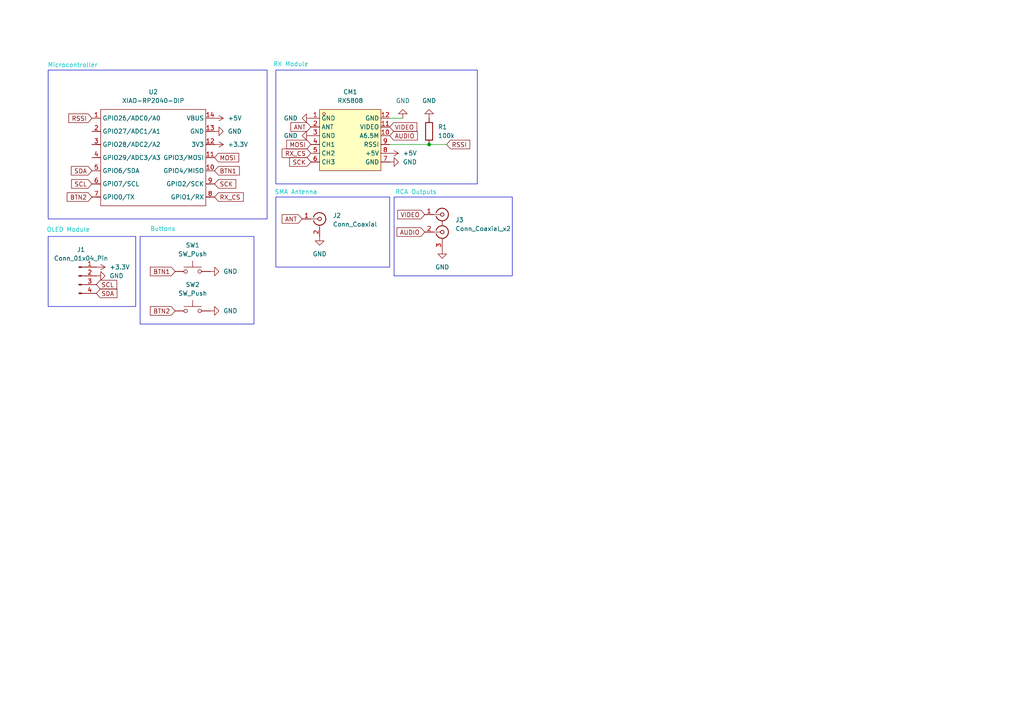
<source format=kicad_sch>
(kicad_sch (version 20250114) (generator "eeschema") (generator_version "9.0")
  (paper "A4")
  (lib_symbols
    (symbol "Connector:Conn_01x04_Pin" (pin_names (offset 1.016) (hide yes))
      (property "Reference" "J" (at 0 5.08 0))
      (property "Value" "Conn_01x04_Pin" (at 0 -7.62 0))
      (symbol "Conn_01x04_Pin_1_1"
        (rectangle (start 0.8636 2.667) (end 0 2.413) (stroke (width 0.1524)) (fill (type outline)))
        (rectangle (start 0.8636 0.127) (end 0 -0.127) (stroke (width 0.1524)) (fill (type outline)))
        (rectangle (start 0.8636 -2.413) (end 0 -2.667) (stroke (width 0.1524)) (fill (type outline)))
        (rectangle (start 0.8636 -4.953) (end 0 -5.207) (stroke (width 0.1524)) (fill (type outline)))
        (polyline (pts (xy 1.27 2.54) (xy 0.8636 2.54)) (stroke (width 0.1524)))
        (polyline (pts (xy 1.27 0) (xy 0.8636 0)) (stroke (width 0.1524)))
        (polyline (pts (xy 1.27 -2.54) (xy 0.8636 -2.54)) (stroke (width 0.1524)))
        (polyline (pts (xy 1.27 -5.08) (xy 0.8636 -5.08)) (stroke (width 0.1524)))
        (pin passive line (at 5.08 2.54 180) (length 3.81) (name "Pin_1") (number "1"))
        (pin passive line (at 5.08 0 180) (length 3.81) (name "Pin_2") (number "2"))
        (pin passive line (at 5.08 -2.54 180) (length 3.81) (name "Pin_3") (number "3"))
        (pin passive line (at 5.08 -5.08 180) (length 3.81) (name "Pin_4") (number "4"))
      )
    )
    (symbol "Connector:Conn_Coaxial" (pin_names (offset 1.016) (hide yes))
      (property "Reference" "J" (at 0.254 3.048 0))
      (property "Value" "Conn_Coaxial" (at 2.921 0 90))
      (symbol "Conn_Coaxial_0_1"
        (polyline (pts (xy -2.54 0) (xy -0.508 0)))
        (arc (start 1.778 0) (mid 0.222 -1.8079) (end -1.778 -0.508) (stroke (width 0.254)))
        (arc (start -1.778 0.508) (mid 0.2221 1.8084) (end 1.778 0) (stroke (width 0.254)))
        (circle (center 0 0) (radius 0.508) (stroke (width 0.2032)))
        (polyline (pts (xy 0 -2.54) (xy 0 -1.778)))
      )
      (symbol "Conn_Coaxial_1_1"
        (pin passive line (at -5.08 0 0) (length 2.54) (name "In") (number "1"))
        (pin passive line (at 0 -5.08 90) (length 2.54) (name "Ext") (number "2"))
      )
    )
    (symbol "Connector:Conn_Coaxial_x2" (pin_names (offset 1.016) (hide yes))
      (property "Reference" "J" (at 0 5.715 0))
      (property "Value" "Conn_Coaxial_x2" (at 2.921 0 90))
      (symbol "Conn_Coaxial_x2_0_1"
        (polyline (pts (xy -2.54 2.54) (xy -0.508 2.54)))
        (polyline (pts (xy -2.54 -2.54) (xy -0.508 -2.54)))
        (arc (start 1.778 2.54) (mid 0.222 0.7321) (end -1.778 2.032) (stroke (width 0.254)))
        (arc (start 1.778 -2.54) (mid 0.222 -4.3479) (end -1.778 -3.048) (stroke (width 0.254)))
        (arc (start -1.778 3.048) (mid 0.2221 4.3484) (end 1.778 2.54) (stroke (width 0.254)))
        (arc (start -1.778 -2.032) (mid 0.2221 -0.7316) (end 1.778 -2.54) (stroke (width 0.254)))
        (circle (center 0 2.54) (radius 0.508) (stroke (width 0.2032)))
        (polyline (pts (xy 0 0.762) (xy 0 -0.635)))
        (circle (center 0 -2.54) (radius 0.508) (stroke (width 0.2032)))
        (polyline (pts (xy 0 -5.08) (xy 0 -4.318)))
      )
      (symbol "Conn_Coaxial_x2_1_1"
        (pin passive line (at -5.08 2.54 0) (length 2.54) (name "IN1") (number "1"))
        (pin passive line (at -5.08 -2.54 0) (length 2.54) (name "IN2") (number "2"))
        (pin passive line (at 0 -7.62 90) (length 2.54) (name "EXT") (number "3"))
      )
    )
    (symbol "Device:R" (pin_numbers (hide yes)) (pin_names (offset 0))
      (property "Reference" "R" (at 2.032 0 90))
      (property "Value" "R" (at 0 0 90))
      (symbol "R_0_1"
        (rectangle (start -1.016 -2.54) (end 1.016 2.54) (stroke (width 0.254)))
      )
      (symbol "R_1_1"
        (pin passive line (at 0 3.81 270) (length 1.27) (name "~") (number "1"))
        (pin passive line (at 0 -3.81 90) (length 1.27) (name "~") (number "2"))
      )
    )
    (symbol "Seeed_Studio_XIAO_Series:XIAO-RP2040-DIP"
      (property "Reference" "U" (at 0 0 0))
      (property "Value" "XIAO-RP2040-DIP" (at 5.334 -1.778 0))
      (symbol "XIAO-RP2040-DIP_1_0"
        (polyline (pts (xy -1.27 -2.54) (xy 29.21 -2.54)) (stroke (width 0.1524)))
        (polyline (pts (xy -1.27 -5.08) (xy -2.54 -5.08)) (stroke (width 0.1524)))
        (polyline (pts (xy -1.27 -5.08) (xy -1.27 -2.54)) (stroke (width 0.1524)))
        (polyline (pts (xy -1.27 -8.89) (xy -2.54 -8.89)) (stroke (width 0.1524)))
        (polyline (pts (xy -1.27 -8.89) (xy -1.27 -5.08)) (stroke (width 0.1524)))
        (polyline (pts (xy -1.27 -12.7) (xy -2.54 -12.7)) (stroke (width 0.1524)))
        (polyline (pts (xy -1.27 -12.7) (xy -1.27 -8.89)) (stroke (width 0.1524)))
        (polyline (pts (xy -1.27 -16.51) (xy -2.54 -16.51)) (stroke (width 0.1524)))
        (polyline (pts (xy -1.27 -16.51) (xy -1.27 -12.7)) (stroke (width 0.1524)))
        (polyline (pts (xy -1.27 -20.32) (xy -2.54 -20.32)) (stroke (width 0.1524)))
        (polyline (pts (xy -1.27 -24.13) (xy -2.54 -24.13)) (stroke (width 0.1524)))
        (polyline (pts (xy -1.27 -27.94) (xy -2.54 -27.94)) (stroke (width 0.1524)))
        (polyline (pts (xy -1.27 -30.48) (xy -1.27 -16.51)) (stroke (width 0.1524)))
        (polyline (pts (xy 29.21 -2.54) (xy 29.21 -5.08)) (stroke (width 0.1524)))
        (polyline (pts (xy 29.21 -5.08) (xy 29.21 -8.89)) (stroke (width 0.1524)))
        (polyline (pts (xy 29.21 -8.89) (xy 29.21 -12.7)) (stroke (width 0.1524)))
        (polyline (pts (xy 29.21 -12.7) (xy 29.21 -30.48)) (stroke (width 0.1524)))
        (polyline (pts (xy 29.21 -30.48) (xy -1.27 -30.48)) (stroke (width 0.1524)))
        (polyline (pts (xy 30.48 -5.08) (xy 29.21 -5.08)) (stroke (width 0.1524)))
        (polyline (pts (xy 30.48 -8.89) (xy 29.21 -8.89)) (stroke (width 0.1524)))
        (polyline (pts (xy 30.48 -12.7) (xy 29.21 -12.7)) (stroke (width 0.1524)))
        (polyline (pts (xy 30.48 -16.51) (xy 29.21 -16.51)) (stroke (width 0.1524)))
        (polyline (pts (xy 30.48 -20.32) (xy 29.21 -20.32)) (stroke (width 0.1524)))
        (polyline (pts (xy 30.48 -24.13) (xy 29.21 -24.13)) (stroke (width 0.1524)))
        (polyline (pts (xy 30.48 -27.94) (xy 29.21 -27.94)) (stroke (width 0.1524)))
        (pin passive line (at -3.81 -5.08 0) (length 2.54) (name "GPIO26/ADC0/A0") (number "1"))
        (pin passive line (at -3.81 -8.89 0) (length 2.54) (name "GPIO27/ADC1/A1") (number "2"))
        (pin passive line (at -3.81 -12.7 0) (length 2.54) (name "GPIO28/ADC2/A2") (number "3"))
        (pin passive line (at -3.81 -16.51 0) (length 2.54) (name "GPIO29/ADC3/A3") (number "4"))
        (pin passive line (at -3.81 -20.32 0) (length 2.54) (name "GPIO6/SDA") (number "5"))
        (pin passive line (at -3.81 -24.13 0) (length 2.54) (name "GPIO7/SCL") (number "6"))
        (pin passive line (at -3.81 -27.94 0) (length 2.54) (name "GPIO0/TX") (number "7"))
        (pin passive line (at 31.75 -5.08 180) (length 2.54) (name "VBUS") (number "14"))
        (pin passive line (at 31.75 -8.89 180) (length 2.54) (name "GND") (number "13"))
        (pin passive line (at 31.75 -12.7 180) (length 2.54) (name "3V3") (number "12"))
        (pin passive line (at 31.75 -16.51 180) (length 2.54) (name "GPIO3/MOSI") (number "11"))
        (pin passive line (at 31.75 -20.32 180) (length 2.54) (name "GPIO4/MISO") (number "10"))
        (pin passive line (at 31.75 -24.13 180) (length 2.54) (name "GPIO2/SCK") (number "9"))
        (pin passive line (at 31.75 -27.94 180) (length 2.54) (name "GPIO1/RX") (number "8"))
      )
    )
    (symbol "Switch:SW_Push" (pin_numbers (hide yes)) (pin_names (offset 1.016) (hide yes))
      (property "Reference" "SW" (at 1.27 2.54 0))
      (property "Value" "SW_Push" (at 0 -1.524 0))
      (symbol "SW_Push_0_1"
        (circle (center -2.032 0) (radius 0.508))
        (polyline (pts (xy 0 1.27) (xy 0 3.048)))
        (circle (center 2.032 0) (radius 0.508))
        (polyline (pts (xy 2.54 1.27) (xy -2.54 1.27)))
        (pin passive line (at -5.08 0 0) (length 2.54) (name "1") (number "1"))
        (pin passive line (at 5.08 0 180) (length 2.54) (name "2") (number "2"))
      )
    )
    (symbol "lcsc:RX5808"
      (property "Reference" "CM" (at 0 11.43 0))
      (property "Value" "RX5808" (at 0 -11.43 0))
      (symbol "RX5808_0_1"
        (rectangle (start -8.89 8.89) (end 8.89 -8.89) (fill (type background)))
        (circle (center -7.62 7.62) (radius 0.38))
        (pin unspecified line (at -11.43 6.35 0) (length 2.54) (name "GND") (number "1"))
        (pin unspecified line (at -11.43 3.81 0) (length 2.54) (name "ANT") (number "2"))
        (pin unspecified line (at -11.43 1.27 0) (length 2.54) (name "GND") (number "3"))
        (pin unspecified line (at -11.43 -1.27 0) (length 2.54) (name "CH1") (number "4"))
        (pin unspecified line (at -11.43 -3.81 0) (length 2.54) (name "CH2") (number "5"))
        (pin unspecified line (at -11.43 -6.35 0) (length 2.54) (name "CH3") (number "6"))
        (pin unspecified line (at 11.43 6.35 180) (length 2.54) (name "GND") (number "12"))
        (pin unspecified line (at 11.43 3.81 180) (length 2.54) (name "VIDEO") (number "11"))
        (pin unspecified line (at 11.43 1.27 180) (length 2.54) (name "A6.5M") (number "10"))
        (pin unspecified line (at 11.43 -1.27 180) (length 2.54) (name "RSSI") (number "9"))
        (pin unspecified line (at 11.43 -3.81 180) (length 2.54) (name "+5V") (number "8"))
        (pin unspecified line (at 11.43 -6.35 180) (length 2.54) (name "GND") (number "7"))
      )
    )
    (symbol "power:+3.3V" (power) (pin_numbers (hide yes)) (pin_names (offset 0) (hide yes))
      (property "Value" "+3.3V" (at 0 3.556 0))
      (symbol "+3.3V_0_1"
        (polyline (pts (xy -0.762 1.27) (xy 0 2.54)))
        (polyline (pts (xy 0 2.54) (xy 0.762 1.27)))
        (polyline (pts (xy 0 0) (xy 0 2.54)))
      )
      (symbol "+3.3V_1_1"
        (pin power_in line (at 0 0 90) (length 0) (name "~") (number "1"))
      )
    )
    (symbol "power:+5V" (power) (pin_numbers (hide yes)) (pin_names (offset 0) (hide yes))
      (property "Value" "+5V" (at 0 3.556 0))
      (symbol "+5V_0_1"
        (polyline (pts (xy -0.762 1.27) (xy 0 2.54)))
        (polyline (pts (xy 0 2.54) (xy 0.762 1.27)))
        (polyline (pts (xy 0 0) (xy 0 2.54)))
      )
      (symbol "+5V_1_1"
        (pin power_in line (at 0 0 90) (length 0) (name "~") (number "1"))
      )
    )
    (symbol "power:GND" (power) (pin_numbers (hide yes)) (pin_names (offset 0) (hide yes))
      (property "Value" "GND" (at 0 -3.81 0))
      (symbol "GND_0_1"
        (polyline (pts (xy 0 0) (xy 0 -1.27) (xy 1.27 -1.27) (xy 0 -2.54) (xy -1.27 -1.27) (xy 0 -1.27)))
      )
      (symbol "GND_1_1"
        (pin power_in line (at 0 0 270) (length 0) (name "~") (number "1"))
      )
    )
  )
  (rectangle (start 13.97 68.58) (end 39.37 88.9))
  (rectangle (start 80.01 20.32) (end 138.43 53.34))
  (rectangle (start 13.97 20.32) (end 77.47 63.5))
  (rectangle (start 114.3 57.15) (end 148.59 80.01))
  (rectangle (start 80.01 57.15) (end 113.03 77.47))
  (rectangle (start 40.64 68.58) (end 73.66 93.98))
  (text "RX Module" (at 84.328 18.796 0) (effects (font (size 1.27 1.27))))
  (text "Microcontroller" (at 21.082 19.05 0) (effects (font (size 1.27 1.27))))
  (text "SMA Antenna" (at 85.852 55.88 0) (effects (font (size 1.27 1.27))))
  (text "OLED Module" (at 19.812 66.802 0) (effects (font (size 1.27 1.27))))
  (text "RCA Outputs" (at 120.65 55.88 0) (effects (font (size 1.27 1.27))))
  (text "Buttons" (at 47.244 66.548 0) (effects (font (size 1.27 1.27))))
  (junction (at 124.46 41.91))
  (wire (pts (xy 113.03 41.91) (xy 124.46 41.91)))
  (wire (pts (xy 116.84 34.29) (xy 113.03 34.29)))
  (wire (pts (xy 129.54 41.91) (xy 124.46 41.91)))
  (global_label "RSSI" (shape input) (at 26.67 34.29 180) (property "Intersheetrefs" "${INTERSHEET_REFS}" (effects (hide yes))))
  (global_label "MOSI" (shape input) (at 62.23 45.72 0) (property "Intersheetrefs" "${INTERSHEET_REFS}" (effects (hide yes))))
  (global_label "ANT" (shape input) (at 87.63 63.5 180) (property "Intersheetrefs" "${INTERSHEET_REFS}" (effects (hide yes))))
  (global_label "MOSI" (shape input) (at 90.17 41.91 180) (property "Intersheetrefs" "${INTERSHEET_REFS}" (effects (hide yes))))
  (global_label "RX_CS" (shape input) (at 90.17 44.45 180) (property "Intersheetrefs" "${INTERSHEET_REFS}" (effects (hide yes))))
  (global_label "SDA" (shape input) (at 27.94 85.09 0) (property "Intersheetrefs" "${INTERSHEET_REFS}" (effects (hide yes))))
  (global_label "SCL" (shape input) (at 27.94 82.55 0) (property "Intersheetrefs" "${INTERSHEET_REFS}" (effects (hide yes))))
  (global_label "SCK" (shape input) (at 90.17 46.99 180) (property "Intersheetrefs" "${INTERSHEET_REFS}" (effects (hide yes))))
  (global_label "SCK" (shape input) (at 62.23 53.34 0) (property "Intersheetrefs" "${INTERSHEET_REFS}" (effects (hide yes))))
  (global_label "RSSI" (shape input) (at 129.54 41.91 0) (property "Intersheetrefs" "${INTERSHEET_REFS}" (effects (hide yes))))
  (global_label "VIDEO" (shape input) (at 113.03 36.83 0) (property "Intersheetrefs" "${INTERSHEET_REFS}" (effects (hide yes))))
  (global_label "BTN1" (shape input) (at 50.8 78.74 180) (property "Intersheetrefs" "${INTERSHEET_REFS}" (effects (hide yes))))
  (global_label "SCL" (shape input) (at 26.67 53.34 180) (property "Intersheetrefs" "${INTERSHEET_REFS}" (effects (hide yes))))
  (global_label "AUDIO" (shape input) (at 113.03 39.37 0) (property "Intersheetrefs" "${INTERSHEET_REFS}" (effects (hide yes))))
  (global_label "SDA" (shape input) (at 26.67 49.53 180) (property "Intersheetrefs" "${INTERSHEET_REFS}" (effects (hide yes))))
  (global_label "BTN1" (shape input) (at 62.23 49.53 0) (property "Intersheetrefs" "${INTERSHEET_REFS}" (effects (hide yes))))
  (global_label "RX_CS" (shape input) (at 62.23 57.15 0) (property "Intersheetrefs" "${INTERSHEET_REFS}" (effects (hide yes))))
  (global_label "BTN2" (shape input) (at 26.67 57.15 180) (property "Intersheetrefs" "${INTERSHEET_REFS}" (effects (hide yes))))
  (global_label "AUDIO" (shape input) (at 123.19 67.31 180) (property "Intersheetrefs" "${INTERSHEET_REFS}" (effects (hide yes))))
  (global_label "BTN2" (shape input) (at 50.8 90.17 180) (property "Intersheetrefs" "${INTERSHEET_REFS}" (effects (hide yes))))
  (global_label "VIDEO" (shape input) (at 123.19 62.23 180) (property "Intersheetrefs" "${INTERSHEET_REFS}" (effects (hide yes))))
  (global_label "ANT" (shape input) (at 90.17 36.83 180) (property "Intersheetrefs" "${INTERSHEET_REFS}" (effects (hide yes))))
  (symbol (lib_id "power:GND") (at 90.17 34.29 270) (unit 1)
    (property "Reference" "#PWR06" (effects (hide yes)))
    (property "Value" "GND" (at 86.36 34.2899 90) (effects (justify right)))
    (property "Description" "Power symbol creates a global label with name \"GND\" , ground" (effects (hide yes)))
  )
  (symbol (lib_id "Device:R") (at 124.46 38.1 0) (unit 1)
    (property "Reference" "R1" (at 127 36.8299 0) (effects (justify left)))
    (property "Value" "100k" (at 127 39.3699 0) (effects (justify left)))
    (property "Footprint" "Resistor_THT:R_Axial_DIN0204_L3.6mm_D1.6mm_P7.62mm_Horizontal" (effects (hide yes)))
    (property "Description" "Resistor" (effects (hide yes)))
  )
  (symbol (lib_id "power:+3.3V") (at 62.23 41.91 270) (unit 1)
    (property "Reference" "#PWR03" (effects (hide yes)))
    (property "Value" "+3.3V" (at 66.04 41.9099 90) (effects (justify left)))
    (property "Description" "Power symbol creates a global label with name \"+3.3V\"" (effects (hide yes)))
  )
  (symbol (lib_id "Connector:Conn_Coaxial_x2") (at 128.27 64.77 0) (unit 1)
    (property "Reference" "J3" (at 132.08 63.7931 0) (effects (justify left)))
    (property "Value" "Conn_Coaxial_x2" (at 132.08 66.3331 0) (effects (justify left)))
    (property "Footprint" "Connector_Coaxial:BNC_Win_364A2x95_Horizontal" (effects (hide yes)))
    (property "Description" "double coaxial connector (BNC, SMA, SMB, SMC, Cinch/RCA, LEMO, ...)" (effects (hide yes)))
  )
  (symbol (lib_id "power:GND") (at 128.27 72.39 0) (unit 1)
    (property "Reference" "#PWR015" (effects (hide yes)))
    (property "Value" "GND" (at 128.27 77.47 0))
    (property "Description" "Power symbol creates a global label with name \"GND\" , ground" (effects (hide yes)))
  )
  (symbol (lib_id "power:+3.3V") (at 27.94 77.47 270) (unit 1)
    (property "Reference" "#PWR012" (effects (hide yes)))
    (property "Value" "+3.3V" (at 31.75 77.4699 90) (effects (justify left)))
    (property "Description" "Power symbol creates a global label with name \"+3.3V\"" (effects (hide yes)))
  )
  (symbol (lib_id "Connector:Conn_01x04_Pin") (at 22.86 80.01 0) (unit 1)
    (property "Reference" "J1" (at 23.495 72.39 0))
    (property "Value" "Conn_01x04_Pin" (at 23.495 74.93 0))
    (property "Footprint" "Connector_PinHeader_2.54mm:PinHeader_1x04_P2.54mm_Vertical" (effects (hide yes)))
    (property "Description" "Generic connector, single row, 01x04, script generated" (effects (hide yes)))
  )
  (symbol (lib_id "power:GND") (at 90.17 39.37 270) (unit 1)
    (property "Reference" "#PWR09" (effects (hide yes)))
    (property "Value" "GND" (at 86.36 39.3699 90) (effects (justify right)))
    (property "Description" "Power symbol creates a global label with name \"GND\" , ground" (effects (hide yes)))
  )
  (symbol (lib_id "power:GND") (at 62.23 38.1 90) (unit 1)
    (property "Reference" "#PWR02" (effects (hide yes)))
    (property "Value" "GND" (at 66.04 38.0999 90) (effects (justify right)))
    (property "Description" "Power symbol creates a global label with name \"GND\" , ground" (effects (hide yes)))
  )
  (symbol (lib_id "power:GND") (at 124.46 34.29 180) (unit 1)
    (property "Reference" "#PWR011" (effects (hide yes)))
    (property "Value" "GND" (at 124.46 29.21 0))
    (property "Description" "Power symbol creates a global label with name \"GND\" , ground" (effects (hide yes)))
  )
  (symbol (lib_id "power:GND") (at 60.96 78.74 90) (unit 1)
    (property "Reference" "#PWR04" (effects (hide yes)))
    (property "Value" "GND" (at 64.77 78.7399 90) (effects (justify right)))
    (property "Description" "Power symbol creates a global label with name \"GND\" , ground" (effects (hide yes)))
  )
  (symbol (lib_id "power:GND") (at 113.03 46.99 90) (unit 1)
    (property "Reference" "#PWR08" (effects (hide yes)))
    (property "Value" "GND" (at 116.84 46.9899 90) (effects (justify right)))
    (property "Description" "Power symbol creates a global label with name \"GND\" , ground" (effects (hide yes)))
  )
  (symbol (lib_id "power:GND") (at 92.71 68.58 0) (unit 1)
    (property "Reference" "#PWR014" (effects (hide yes)))
    (property "Value" "GND" (at 92.71 73.66 0))
    (property "Description" "Power symbol creates a global label with name \"GND\" , ground" (effects (hide yes)))
  )
  (symbol (lib_id "Switch:SW_Push") (at 55.88 90.17 0) (unit 1)
    (property "Reference" "SW2" (at 55.88 82.55 0))
    (property "Value" "SW_Push" (at 55.88 85.09 0))
    (property "Footprint" "Button_Switch_THT:SW_PUSH_6mm" (effects (hide yes)))
    (property "Description" "Push button switch, generic, two pins" (effects (hide yes)))
  )
  (symbol (lib_id "lcsc:RX5808") (at 101.6 40.64 0) (unit 1)
    (property "Reference" "CM1" (at 101.6 26.67 0))
    (property "Value" "RX5808" (at 101.6 29.21 0))
    (property "Footprint" "lcsc:COMM-SMD_12P_RX5808" (effects (hide yes)))
    (property "LCSC Part" "C2908157" (effects (hide yes)))
  )
  (symbol (lib_id "Seeed_Studio_XIAO_Series:XIAO-RP2040-DIP") (at 30.48 29.21 0) (unit 1)
    (property "Reference" "U2" (at 44.45 26.67 0))
    (property "Value" "XIAO-RP2040-DIP" (at 44.45 29.21 0))
    (property "Footprint" "XIAO_PCB:XIAO-RP2040-DIP" (effects (hide yes)))
  )
  (symbol (lib_id "power:GND") (at 60.96 90.17 90) (unit 1)
    (property "Reference" "#PWR05" (effects (hide yes)))
    (property "Value" "GND" (at 64.77 90.1699 90) (effects (justify right)))
    (property "Description" "Power symbol creates a global label with name \"GND\" , ground" (effects (hide yes)))
  )
  (symbol (lib_id "power:GND") (at 116.84 34.29 180) (unit 1)
    (property "Reference" "#PWR07" (effects (hide yes)))
    (property "Value" "GND" (at 116.84 29.21 0))
    (property "Description" "Power symbol creates a global label with name \"GND\" , ground" (effects (hide yes)))
  )
  (symbol (lib_id "Switch:SW_Push") (at 55.88 78.74 0) (unit 1)
    (property "Reference" "SW1" (at 55.88 71.12 0))
    (property "Value" "SW_Push" (at 55.88 73.66 0))
    (property "Footprint" "Button_Switch_THT:SW_PUSH_6mm" (effects (hide yes)))
    (property "Description" "Push button switch, generic, two pins" (effects (hide yes)))
  )
  (symbol (lib_id "Connector:Conn_Coaxial") (at 92.71 63.5 0) (unit 1)
    (property "Reference" "J2" (at 96.52 62.5231 0) (effects (justify left)))
    (property "Value" "Conn_Coaxial" (at 96.52 65.0631 0) (effects (justify left)))
    (property "Footprint" "Connector_Coaxial:SMA_Amphenol_901-144_Vertical" (effects (hide yes)))
    (property "Description" "coaxial connector (BNC, SMA, SMB, SMC, Cinch/RCA, LEMO, ...)" (effects (hide yes)))
  )
  (symbol (lib_id "power:+5V") (at 113.03 44.45 270) (unit 1)
    (property "Reference" "#PWR010" (effects (hide yes)))
    (property "Value" "+5V" (at 116.84 44.4499 90) (effects (justify left)))
    (property "Description" "Power symbol creates a global label with name \"+5V\"" (effects (hide yes)))
  )
  (symbol (lib_id "power:GND") (at 27.94 80.01 90) (unit 1)
    (property "Reference" "#PWR013" (effects (hide yes)))
    (property "Value" "GND" (at 31.75 80.0099 90) (effects (justify right)))
    (property "Description" "Power symbol creates a global label with name \"GND\" , ground" (effects (hide yes)))
  )
  (symbol (lib_id "power:+5V") (at 62.23 34.29 270) (unit 1)
    (property "Reference" "#PWR01" (effects (hide yes)))
    (property "Value" "+5V" (at 66.04 34.2899 90) (effects (justify left)))
    (property "Description" "Power symbol creates a global label with name \"+5V\"" (effects (hide yes)))
  )
)
</source>
